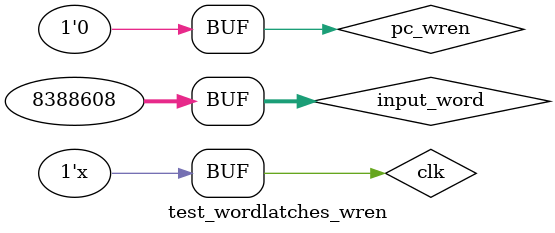
<source format=v>
module wordlatches_nowren(clk, input_word, output_word);
input clk;
input[31:0] input_word;
output reg[31:0] output_word;

always @(posedge clk) begin
	output_word = input_word;
end
endmodule 

module test_wordlatches_nowren;
wire[31:0] output_word;
reg[31:0] input_word;
reg clk;

wordlatches_nowren nowren(clk, input_word, output_word);

initial clk=0;
always #10 clk=!clk;    // 50MHz Clock

initial begin
input_word={4'b1111,28'b0};
#10
input_word={5'b11111,27'b0};
end
endmodule 

module wordlatches_wren(clk, input_word, output_word, pc_wren);
input clk;
input[31:0] input_word;
input pc_wren;
output reg[31:0] output_word;

always @(posedge clk) begin
	if(pc_wren) begin 
		output_word = input_word;
	end
end
endmodule 
module test_wordlatches_wren;
wire[31:0] output_word;
reg[31:0] input_word;
reg clk, pc_wren;

wordlatches_wren wren(clk, input_word, output_word, pc_wren);

initial clk=0;
always #10 clk=!clk;    // 50MHz Clock

initial begin
input_word={32'b0};
pc_wren=0;
#10
input_word={5'b11111,27'b0};
pc_wren=1;
#10
input_word={9'b1,23'b0};
pc_wren=0;
end
endmodule 
</source>
